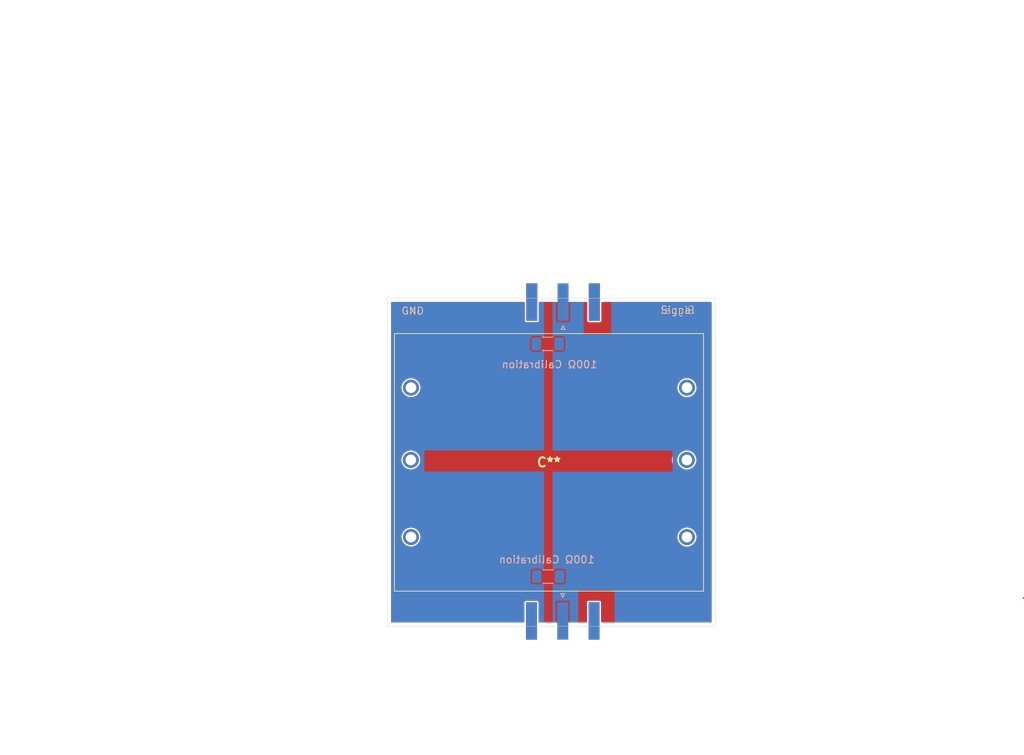
<source format=kicad_pcb>
(kicad_pcb (version 20240108) (generator "pcbnew") (generator_version "8.0")
  (layers (0 "F.Cu" signal) (31 "B.Cu" signal) (34 "B.Paste" user) (35 "F.Paste" user) (36 "B.SilkS" user "B.Silkscreen") (37 "F.SilkS" user "F.Silkscreen") (38 "B.Mask" user) (39 "F.Mask" user) (44 "Edge.Cuts" user))
  (net 0 "")
  (footprint "" (layer "F.Cu") (at 71.696679 77.764263)
    (property "Reference" "" (at 0 0 0) (layer "F.SilkS") (effects (font (size 1.27 1.27))))
    (property "Value" "")
    (pad "4" thru_hole circle (at 0 0) (size 2.175 2.175) (drill 1.45) (layers "*.Cu" "*.Mask"))
  )
  (footprint "Library:C4AQIBW5400A3OJ" (layer "F.Cu") (at 71.719695 88.24331)
    (property "Reference" "C**" (at 18.75 -10.15 0) (layer "F.SilkS") (effects (font (size 1.27 1.27) (thickness 0.254))))
    (property "Value" "C4AQIBW5400A3OJ" (hide yes))
    (fp_line (start -2.25 -27.65) (end 39.75 -27.65) (stroke (width 0.1)) (layer "F.SilkS"))
    (fp_line (start -2.25 7.35) (end -2.25 -27.65) (stroke (width 0.1)) (layer "F.SilkS"))
    (fp_line (start 39.75 -27.65) (end 39.75 7.35) (stroke (width 0.1)) (layer "F.SilkS"))
    (fp_line (start 39.75 7.35) (end -2.25 7.35) (stroke (width 0.1)) (layer "F.SilkS"))
    (pad "1" thru_hole circle (at 0 0) (size 2.175 2.175) (drill 1.45) (layers "*.Cu" "*.Mask"))
    (pad "2" thru_hole circle (at 37.5 0) (size 2.175 2.175) (drill 1.45) (layers "*.Cu" "*.Mask"))
    (pad "3" thru_hole circle (at 37.5 -20.3) (size 2.175 2.175) (drill 1.45) (layers "*.Cu" "*.Mask"))
    (pad "4" thru_hole circle (at 0 -20.3) (size 2.175 2.175) (drill 1.45) (layers "*.Cu" "*.Mask"))
  )
  (footprint "" (layer "F.Cu") (at 109.20522 77.764037)
    (property "Reference" "" (at 0 0 0) (layer "F.SilkS") (effects (font (size 1.27 1.27))))
    (property "Value" "")
    (pad "4" thru_hole circle (at 0 0) (size 2.175 2.175) (drill 1.45) (layers "*.Cu" "*.Mask"))
  )
  (footprint "Resistor_SMD:R_1206_3216Metric_Pad1.30x1.75mm_HandSolder" (layer "B.Cu") (at 90.360023 93.611808 180)
    (property "Reference" "REF**" (hide yes))
    (property "Value" "R_1206_3216Metric_Pad1.30x1.75mm_HandSolder" (hide yes))
    (fp_line (start 0.727064 0.91) (end -0.727064 0.91) (stroke (width 0.12)) (layer "B.SilkS"))
    (fp_line (start 0.727064 -0.91) (end -0.727064 -0.91) (stroke (width 0.12)) (layer "B.SilkS"))
    (pad "1" smd roundrect (at -1.55 0 180) (size 1.3 1.75) (layers "B.Cu" "B.Paste" "B.Mask") (roundrect_rratio 0.192308))
    (pad "2" smd roundrect (at 1.55 0 180) (size 1.3 1.75) (layers "B.Cu" "B.Paste" "B.Mask") (roundrect_rratio 0.192308))
  )
  (footprint "Connector_Coaxial:SMA_Amphenol_132289_EdgeMount" (layer "B.Cu") (at 92.382547 56.308359 90)
    (property "Reference" "100Ω Calibration" (at -8.48242 -1.84421 0) (layer "B.SilkS") (effects (justify mirror)))
    (property "Value" "SMA_Amphenol_132289_EdgeMount")
    (fp_line (start -3.71 -0.25) (end -3.71 0.25) (stroke (width 0.12)) (layer "B.SilkS"))
    (fp_line (start -3.21 0) (end -3.71 -0.25) (stroke (width 0.12)) (layer "B.SilkS"))
    (fp_line (start -3.71 0.25) (end -3.21 0) (stroke (width 0.12)) (layer "B.SilkS"))
    (pad "1" smd rect (at 0 0) (size 1.5 5.08) (layers "B.Cu" "B.Paste" "B.Mask"))
    (pad "2" smd rect (at 0 -4.25) (size 1.5 5.08) (layers "F.Cu" "F.Paste" "F.Mask"))
    (pad "2" smd rect (at 0 -4.25) (size 1.5 5.08) (layers "B.Cu" "B.Paste" "B.Mask"))
    (pad "2" smd rect (at 0 4.25) (size 1.5 5.08) (layers "F.Cu" "F.Paste" "F.Mask"))
    (pad "2" smd rect (at 0 4.25) (size 1.5 5.08) (layers "B.Cu" "B.Paste" "B.Mask"))
  )
  (footprint "Connector_Coaxial:SMA_Amphenol_132289_EdgeMount" (layer "B.Cu") (at 92.342945 99.640027 -90)
    (property "Reference" "100Ω Calibration" (at -8.333399 2.173738 180) (layer "B.SilkS") (effects (justify mirror)))
    (property "Value" "SMA_Amphenol_132289_EdgeMount")
    (fp_line (start -3.71 0.25) (end -3.21 0) (stroke (width 0.12)) (layer "B.SilkS"))
    (fp_line (start -3.21 0) (end -3.71 -0.25) (stroke (width 0.12)) (layer "B.SilkS"))
    (fp_line (start -3.71 -0.25) (end -3.71 0.25) (stroke (width 0.12)) (layer "B.SilkS"))
    (pad "1" smd rect (at 0 0 180) (size 1.5 5.08) (layers "B.Cu" "B.Paste" "B.Mask"))
    (pad "2" smd rect (at 0 -4.25 180) (size 1.5 5.08) (layers "F.Cu" "F.Paste" "F.Mask"))
    (pad "2" smd rect (at 0 -4.25 180) (size 1.5 5.08) (layers "B.Cu" "B.Paste" "B.Mask"))
    (pad "2" smd rect (at 0 4.25 180) (size 1.5 5.08) (layers "F.Cu" "F.Paste" "F.Mask"))
    (pad "2" smd rect (at 0 4.25 180) (size 1.5 5.08) (layers "B.Cu" "B.Paste" "B.Mask"))
  )
  (footprint "Resistor_SMD:R_1206_3216Metric_Pad1.30x1.75mm_HandSolder" (layer "B.Cu") (at 90.296275 61.993122 180)
    (property "Reference" "REF**" (hide yes))
    (property "Value" "R_1206_3216Metric_Pad1.30x1.75mm_HandSolder" (hide yes))
    (fp_line (start 0.727064 0.91) (end -0.727064 0.91) (stroke (width 0.12)) (layer "B.SilkS"))
    (fp_line (start 0.727064 -0.91) (end -0.727064 -0.91) (stroke (width 0.12)) (layer "B.SilkS"))
    (pad "1" smd roundrect (at -1.55 0 180) (size 1.3 1.75) (layers "B.Cu" "B.Paste" "B.Mask") (roundrect_rratio 0.192308))
    (pad "2" smd roundrect (at 1.55 0 180) (size 1.3 1.75) (layers "B.Cu" "B.Paste" "B.Mask") (roundrect_rratio 0.192308))
  )
  (gr_circle (center 109.212371 67.858145) (end 110.430859 69.076633) (stroke (width 0.2)) (fill none) (layer "F.Cu"))
  (gr_circle (center 109.226879 88.190824) (end 110.950081 88.190824) (stroke (width 0.2)) (fill none) (layer "F.Cu"))
  (gr_circle (center 109.20522 77.764037) (end 110.423708 78.982525) (stroke (width 0.2)) (fill none) (layer "F.Cu"))
  (gr_rect (start 68.524959 55.790786) (end 113.08342 100.349247) (stroke (width 0.05)) (fill none) (layer "Edge.Cuts"))
  (gr_text "Signal" (at 110.333833 57.998217 0) (layer "B.SilkS") (effects (font (size 1 1) (thickness 0.1)) (justify left bottom mirror)))
  (gr_text "GND" (at 73.522916 58.083035 0) (layer "B.SilkS") (effects (font (size 1 1) (thickness 0.1)) (justify left bottom mirror)))
  (gr_text "Signal" (at 105.570217 57.969436 0) (layer "F.SilkS") (effects (font (size 1 1) (thickness 0.1)) (justify left bottom)))
  (gr_text "GND\n" (at 70.377203 58.094678 0) (layer "F.SilkS") (effects (font (size 1 1) (thickness 0.1)) (justify left bottom)))
  (segment (start 154.92 96.52) (end 154.94 96.5) (width 0.2) (layer "F.Cu") (net 0))
  (zone (net 0) (net_name "") (layer "F.Cu") (connect_pads (clearance 0)) (min_thickness 0.25) (fill yes (thermal_gap 0.5) (thermal_bridge_width 0.5) (island_removal_mode 1) (island_area_min 10))
    (polygon (pts (xy 68.469017 55.771974) (xy 112.490696 55.771974) (xy 112.490696 99.921511) (xy 112.469794 99.942413) (xy 68.688508 99.942413) (xy 68.469017 99.722922)))
  )
  (zone (net 0) (net_name "") (layer "B.Cu") (connect_pads (clearance 0)) (min_thickness 0.25)
    (keepout (tracks not_allowed) (vias not_allowed) (pads not_allowed) (copperpour not_allowed) (footprints not_allowed))
    (fill (thermal_gap 0.5) (thermal_bridge_width 0.5))
    (polygon (pts (xy 89.953352 55.800768) (xy 90.848511 55.800768) (xy 90.958209 55.910466) (xy 90.958209 100.323542) (xy 90.936928 100.344823) (xy 89.809049 100.344823) (xy 89.809049 55.945071)))
  )
  (zone (net 0) (net_name "") (layer "B.Cu") (priority 1) (connect_pads (clearance 0)) (min_thickness 0.25) (fill yes (thermal_gap 0.5) (thermal_bridge_width 0.5) (island_removal_mode 1) (island_area_min 10))
    (polygon (pts (xy 68.561159 55.752345) (xy 113.00994 55.752345) (xy 113.00994 100.027645) (xy 112.679513 100.358072) (xy 68.517219 100.358072) (xy 68.517219 55.796285)))
  )
  (zone (net 0) (net_name "") (layer "B.Cu") (connect_pads (clearance 0)) (min_thickness 0.25)
    (keepout (tracks not_allowed) (vias not_allowed) (pads not_allowed) (copperpour not_allowed) (footprints not_allowed))
    (fill (thermal_gap 0.5) (thermal_bridge_width 0.5))
    (polygon (pts (xy 90.953062 76.496033) (xy 107.267869 76.496033) (xy 107.267869 79.296798) (xy 107.192347 79.37232) (xy 90.952514 79.37232) (xy 90.952514 76.492947) (xy 90.952514 76.495485)))
  )
  (zone (net 0) (net_name "") (layer "B.Cu") (connect_pads (clearance 0)) (min_thickness 0.25)
    (keepout (tracks not_allowed) (vias not_allowed) (pads not_allowed) (copperpour not_allowed) (footprints not_allowed))
    (fill (thermal_gap 0.5) (thermal_bridge_width 0.5))
    (polygon (pts (xy 73.544696 76.469334) (xy 89.859503 76.469334) (xy 89.859503 79.270099) (xy 89.783981 79.345621) (xy 73.544148 79.345621) (xy 73.544148 76.466248) (xy 73.544148 76.468786)))
  )
  (zone (net 0) (net_name "") (layer "B.Cu") (name "Seperation") (connect_pads (clearance 0)) (min_thickness 0.25)
    (keepout (tracks not_allowed) (vias not_allowed) (pads not_allowed) (copperpour not_allowed) (footprints not_allowed))
    (fill (thermal_gap 0.5) (thermal_bridge_width 0.5))
    (polygon (pts (xy 95.180535 55.718837) (xy 95.180535 60.691467) (xy 98.812717 60.691467) (xy 98.942438 60.561746) (xy 98.942438 55.805318) (xy 98.855957 55.718837)))
  )
  (zone (net 0) (net_name "") (layer "B.Cu") (name "Separation_o") (connect_pads (clearance 0)) (min_thickness 0.25)
    (keepout (tracks not_allowed) (vias not_allowed) (pads not_allowed) (copperpour not_allowed) (footprints not_allowed))
    (fill (thermal_gap 0.5) (thermal_bridge_width 0.5))
    (polygon (pts (xy 94.451613 100.402962) (xy 94.451613 95.541232) (xy 94.506026 95.486819) (xy 99.073862 95.486819) (xy 99.37482 95.787777) (xy 99.37482 100.328159) (xy 99.300017 100.402962)))
  )
)
</source>
